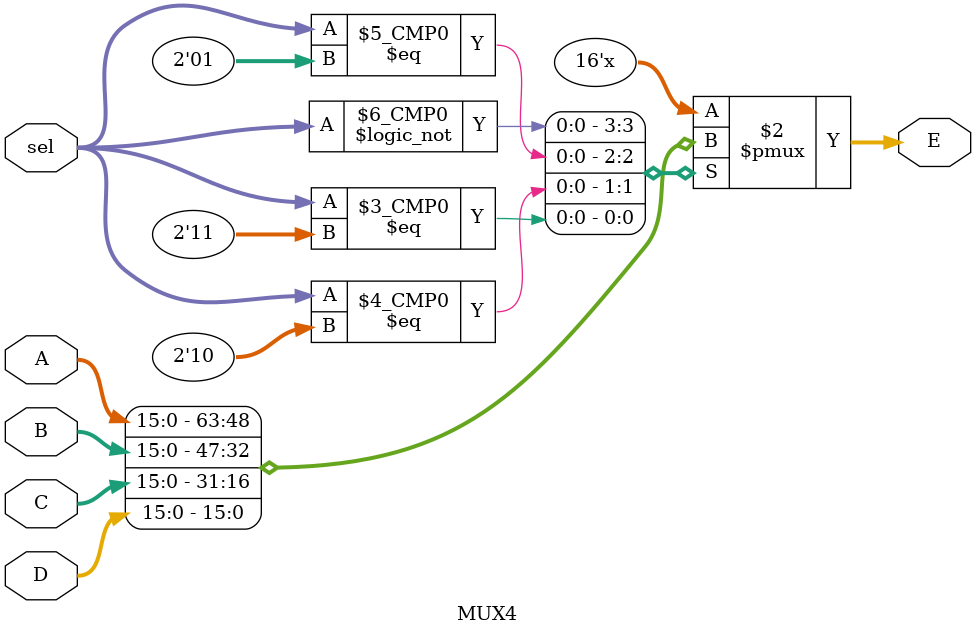
<source format=sv>
`timescale 1ns / 1ps


module MUX_BUS( input logic[3:0] sel,
                input logic [15:0] PC_bus,
                input logic [15:0] MAR_bus,
                input logic[15:0] MDR_bus,
                input logic [15:0] ALU_bus,
                output logic[15:0] BUS
                
                );
                
                always_comb
                begin
                case(sel)
                4'b0001 : BUS=PC_bus;
                4'b0010 : BUS=MAR_bus;
                4'b0100 : BUS=MDR_bus;
                4'b1000 : BUS=ALU_bus;
                default: BUS= 16'h0000;
                endcase
                end
                
endmodule

module MUX2#(parameter w=16)
            (    input logic  sel,
                input logic [w-1:0] A,
                input logic [w-1:0] B,
                output logic [w-1:0] C
            );
            always_comb
            begin
            case(sel)
            1'b0: C=A;
            1'b1: C=B;
            //default: C=16'h0000;
            endcase
            end
endmodule    

module MUX4(    input logic[1:0]  sel,
                input logic [15:0] A,
                input logic [15:0] B,
                input logic [15:0] C,
                input logic [15:0] D,
                output logic [15:0] E
            );
            always_comb
            begin
            case(sel)
            2'b00: E=A;
            2'b01: E=B;
            2'b10: E=C;
            2'b11: E=D;
            default: E=16'h0000;
            endcase
            end
endmodule                
</source>
